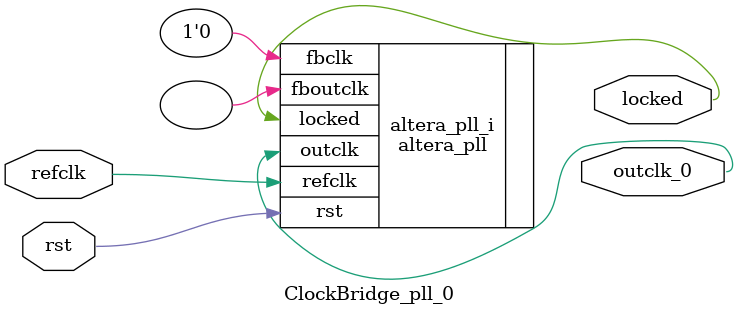
<source format=v>
`timescale 1ns/10ps
module  ClockBridge_pll_0(

	// interface 'refclk'
	input wire refclk,

	// interface 'reset'
	input wire rst,

	// interface 'outclk0'
	output wire outclk_0,

	// interface 'locked'
	output wire locked
);

	altera_pll #(
		.fractional_vco_multiplier("false"),
		.reference_clock_frequency("50.0 MHz"),
		.operation_mode("normal"),
		.number_of_clocks(1),
		.output_clock_frequency0("100.000000 MHz"),
		.phase_shift0("0 ps"),
		.duty_cycle0(50),
		.output_clock_frequency1("0 MHz"),
		.phase_shift1("0 ps"),
		.duty_cycle1(50),
		.output_clock_frequency2("0 MHz"),
		.phase_shift2("0 ps"),
		.duty_cycle2(50),
		.output_clock_frequency3("0 MHz"),
		.phase_shift3("0 ps"),
		.duty_cycle3(50),
		.output_clock_frequency4("0 MHz"),
		.phase_shift4("0 ps"),
		.duty_cycle4(50),
		.output_clock_frequency5("0 MHz"),
		.phase_shift5("0 ps"),
		.duty_cycle5(50),
		.output_clock_frequency6("0 MHz"),
		.phase_shift6("0 ps"),
		.duty_cycle6(50),
		.output_clock_frequency7("0 MHz"),
		.phase_shift7("0 ps"),
		.duty_cycle7(50),
		.output_clock_frequency8("0 MHz"),
		.phase_shift8("0 ps"),
		.duty_cycle8(50),
		.output_clock_frequency9("0 MHz"),
		.phase_shift9("0 ps"),
		.duty_cycle9(50),
		.output_clock_frequency10("0 MHz"),
		.phase_shift10("0 ps"),
		.duty_cycle10(50),
		.output_clock_frequency11("0 MHz"),
		.phase_shift11("0 ps"),
		.duty_cycle11(50),
		.output_clock_frequency12("0 MHz"),
		.phase_shift12("0 ps"),
		.duty_cycle12(50),
		.output_clock_frequency13("0 MHz"),
		.phase_shift13("0 ps"),
		.duty_cycle13(50),
		.output_clock_frequency14("0 MHz"),
		.phase_shift14("0 ps"),
		.duty_cycle14(50),
		.output_clock_frequency15("0 MHz"),
		.phase_shift15("0 ps"),
		.duty_cycle15(50),
		.output_clock_frequency16("0 MHz"),
		.phase_shift16("0 ps"),
		.duty_cycle16(50),
		.output_clock_frequency17("0 MHz"),
		.phase_shift17("0 ps"),
		.duty_cycle17(50),
		.pll_type("General"),
		.pll_subtype("General")
	) altera_pll_i (
		.rst	(rst),
		.outclk	({outclk_0}),
		.locked	(locked),
		.fboutclk	( ),
		.fbclk	(1'b0),
		.refclk	(refclk)
	);
endmodule


</source>
